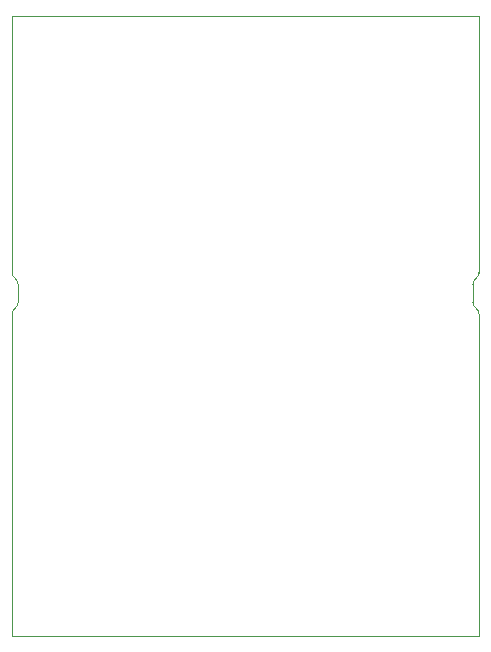
<source format=gbr>
%TF.GenerationSoftware,KiCad,Pcbnew,(6.0.0)*%
%TF.CreationDate,2022-01-05T23:10:14+08:00*%
%TF.ProjectId,CH573_KIT,43483537-335f-44b4-9954-2e6b69636164,rev?*%
%TF.SameCoordinates,Original*%
%TF.FileFunction,Profile,NP*%
%FSLAX46Y46*%
G04 Gerber Fmt 4.6, Leading zero omitted, Abs format (unit mm)*
G04 Created by KiCad (PCBNEW (6.0.0)) date 2022-01-05 23:10:14*
%MOMM*%
%LPD*%
G01*
G04 APERTURE LIST*
%TA.AperFunction,Profile*%
%ADD10C,0.100000*%
%TD*%
G04 APERTURE END LIST*
D10*
X184250001Y-74250000D02*
G75*
G03*
X184500000Y-74750000I605250J-9875D01*
G01*
X184750000Y-102500000D02*
X145250000Y-102500000D01*
X184749999Y-75250000D02*
G75*
G03*
X184500000Y-74750000I-605250J9875D01*
G01*
X145750000Y-72750000D02*
X145750000Y-74250000D01*
X145250001Y-71750000D02*
G75*
G03*
X145500000Y-72250000I605250J-9875D01*
G01*
X145250000Y-71750000D02*
X145250000Y-50000000D01*
X145500001Y-74750001D02*
G75*
G03*
X145750000Y-74250000I-355252J490126D01*
G01*
X145499999Y-74749999D02*
G75*
G03*
X145250000Y-75250000I355252J-490126D01*
G01*
X184750000Y-50000000D02*
X184750000Y-71750000D01*
X184499999Y-72249999D02*
G75*
G03*
X184250000Y-72750000I355252J-490126D01*
G01*
X145749999Y-72750000D02*
G75*
G03*
X145500000Y-72250000I-605250J9875D01*
G01*
X145250000Y-50000000D02*
X184750000Y-50000000D01*
X184250000Y-74250000D02*
X184250000Y-72750000D01*
X184750000Y-75250000D02*
X184750000Y-102500000D01*
X184500001Y-72250001D02*
G75*
G03*
X184750000Y-71750000I-355252J490126D01*
G01*
X145250000Y-102500000D02*
X145250000Y-75250000D01*
M02*

</source>
